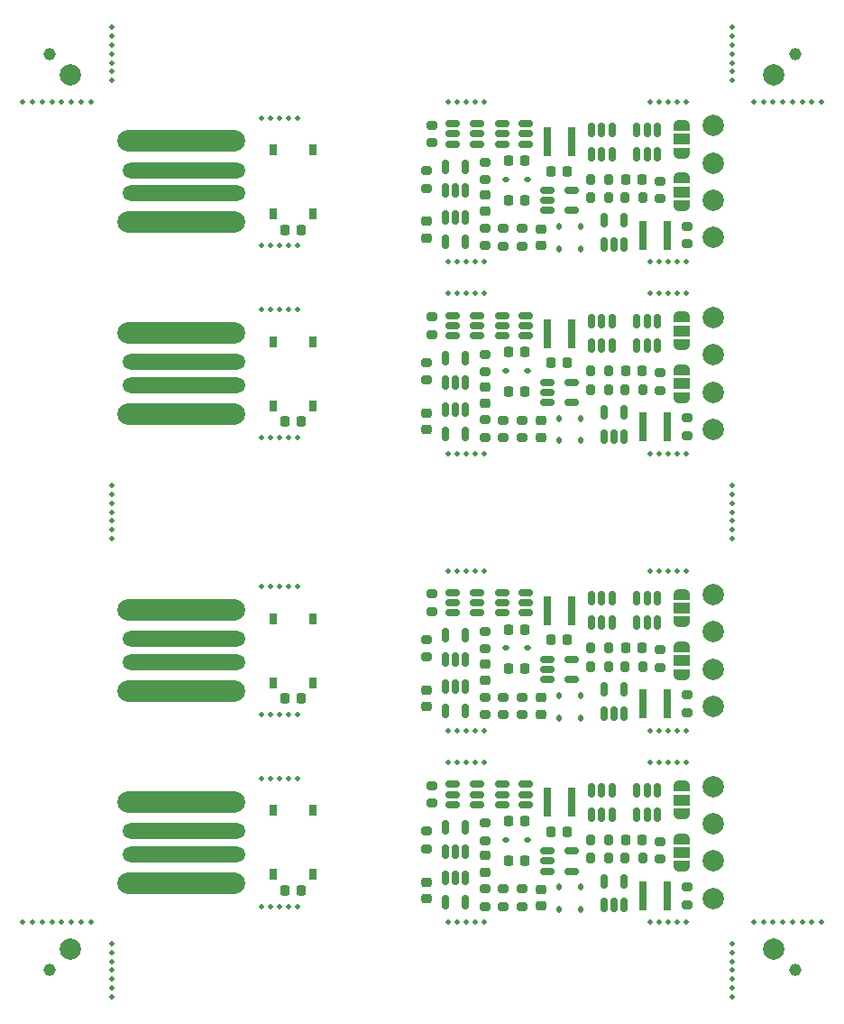
<source format=gts>
G04 #@! TF.GenerationSoftware,KiCad,Pcbnew,8.0.1*
G04 #@! TF.CreationDate,2025-03-12T15:21:45+01:00*
G04 #@! TF.ProjectId,panel_E,70616e65-6c5f-4452-9e6b-696361645f70,E*
G04 #@! TF.SameCoordinates,Original*
G04 #@! TF.FileFunction,Soldermask,Top*
G04 #@! TF.FilePolarity,Negative*
%FSLAX46Y46*%
G04 Gerber Fmt 4.6, Leading zero omitted, Abs format (unit mm)*
G04 Created by KiCad (PCBNEW 8.0.1) date 2025-03-12 15:21:45*
%MOMM*%
%LPD*%
G01*
G04 APERTURE LIST*
G04 Aperture macros list*
%AMRoundRect*
0 Rectangle with rounded corners*
0 $1 Rounding radius*
0 $2 $3 $4 $5 $6 $7 $8 $9 X,Y pos of 4 corners*
0 Add a 4 corners polygon primitive as box body*
4,1,4,$2,$3,$4,$5,$6,$7,$8,$9,$2,$3,0*
0 Add four circle primitives for the rounded corners*
1,1,$1+$1,$2,$3*
1,1,$1+$1,$4,$5*
1,1,$1+$1,$6,$7*
1,1,$1+$1,$8,$9*
0 Add four rect primitives between the rounded corners*
20,1,$1+$1,$2,$3,$4,$5,0*
20,1,$1+$1,$4,$5,$6,$7,0*
20,1,$1+$1,$6,$7,$8,$9,0*
20,1,$1+$1,$8,$9,$2,$3,0*%
%AMFreePoly0*
4,1,19,0.550000,-0.750000,0.000000,-0.750000,0.000000,-0.744911,-0.071157,-0.744911,-0.207708,-0.704816,-0.327430,-0.627875,-0.420627,-0.520320,-0.479746,-0.390866,-0.500000,-0.250000,-0.500000,0.250000,-0.479746,0.390866,-0.420627,0.520320,-0.327430,0.627875,-0.207708,0.704816,-0.071157,0.744911,0.000000,0.744911,0.000000,0.750000,0.550000,0.750000,0.550000,-0.750000,0.550000,-0.750000,
$1*%
%AMFreePoly1*
4,1,19,0.000000,0.744911,0.071157,0.744911,0.207708,0.704816,0.327430,0.627875,0.420627,0.520320,0.479746,0.390866,0.500000,0.250000,0.500000,-0.250000,0.479746,-0.390866,0.420627,-0.520320,0.327430,-0.627875,0.207708,-0.704816,0.071157,-0.744911,0.000000,-0.744911,0.000000,-0.750000,-0.550000,-0.750000,-0.550000,0.750000,0.000000,0.750000,0.000000,0.744911,0.000000,0.744911,
$1*%
G04 Aperture macros list end*
%ADD10RoundRect,0.225000X0.225000X0.250000X-0.225000X0.250000X-0.225000X-0.250000X0.225000X-0.250000X0*%
%ADD11C,0.500000*%
%ADD12R,0.750000X1.000000*%
%ADD13RoundRect,0.200000X0.275000X-0.200000X0.275000X0.200000X-0.275000X0.200000X-0.275000X-0.200000X0*%
%ADD14RoundRect,0.225000X0.250000X-0.225000X0.250000X0.225000X-0.250000X0.225000X-0.250000X-0.225000X0*%
%ADD15RoundRect,0.200000X-0.200000X-0.275000X0.200000X-0.275000X0.200000X0.275000X-0.200000X0.275000X0*%
%ADD16FreePoly0,90.000000*%
%ADD17R,1.500000X1.000000*%
%ADD18FreePoly1,90.000000*%
%ADD19RoundRect,0.225000X-0.250000X0.225000X-0.250000X-0.225000X0.250000X-0.225000X0.250000X0.225000X0*%
%ADD20C,1.152000*%
%ADD21RoundRect,0.218750X0.218750X0.256250X-0.218750X0.256250X-0.218750X-0.256250X0.218750X-0.256250X0*%
%ADD22RoundRect,0.225000X-0.225000X-0.250000X0.225000X-0.250000X0.225000X0.250000X-0.225000X0.250000X0*%
%ADD23C,2.000000*%
%ADD24RoundRect,0.112500X-0.187500X-0.112500X0.187500X-0.112500X0.187500X0.112500X-0.187500X0.112500X0*%
%ADD25RoundRect,0.112500X0.112500X-0.187500X0.112500X0.187500X-0.112500X0.187500X-0.112500X-0.187500X0*%
%ADD26R,0.800000X2.700000*%
%ADD27RoundRect,1.000000X5.000000X-0.000010X5.000000X0.000010X-5.000000X0.000010X-5.000000X-0.000010X0*%
%ADD28RoundRect,0.750000X5.000000X-0.000010X5.000000X0.000010X-5.000000X0.000010X-5.000000X-0.000010X0*%
%ADD29RoundRect,0.150000X0.512500X0.150000X-0.512500X0.150000X-0.512500X-0.150000X0.512500X-0.150000X0*%
%ADD30RoundRect,0.150000X0.150000X-0.512500X0.150000X0.512500X-0.150000X0.512500X-0.150000X-0.512500X0*%
%ADD31RoundRect,0.150000X-0.150000X0.512500X-0.150000X-0.512500X0.150000X-0.512500X0.150000X0.512500X0*%
%ADD32RoundRect,0.200000X-0.275000X0.200000X-0.275000X-0.200000X0.275000X-0.200000X0.275000X0.200000X0*%
%ADD33RoundRect,0.200000X0.200000X0.275000X-0.200000X0.275000X-0.200000X-0.275000X0.200000X-0.275000X0*%
%ADD34RoundRect,0.150000X-0.512500X-0.150000X0.512500X-0.150000X0.512500X0.150000X-0.512500X0.150000X0*%
%ADD35RoundRect,0.112500X-0.112500X0.187500X-0.112500X-0.187500X0.112500X-0.187500X0.112500X0.187500X0*%
G04 APERTURE END LIST*
D10*
G04 #@! TO.C,1-C5*
X51150000Y-31500000D03*
X49600000Y-31500000D03*
G04 #@! TD*
D11*
G04 #@! TO.C,KiKit_MB_25_2*
X8375000Y-43833333D03*
G04 #@! TD*
D12*
G04 #@! TO.C,3-SW1*
X27250000Y-73500000D03*
X27250000Y-79500000D03*
X23500000Y-73500000D03*
X23500000Y-79500000D03*
G04 #@! TD*
D11*
G04 #@! TO.C,KiKit_MB_32_4*
X2732143Y-84000000D03*
G04 #@! TD*
G04 #@! TO.C,KiKit_MB_10_5*
X62326001Y-25000031D03*
G04 #@! TD*
D13*
G04 #@! TO.C,3-R7*
X45125000Y-82525000D03*
X45125000Y-80875000D03*
G04 #@! TD*
D11*
G04 #@! TO.C,KiKit_MB_30_3*
X66625000Y-87666666D03*
G04 #@! TD*
D14*
G04 #@! TO.C,3-C6*
X43375000Y-79275000D03*
X43375000Y-77725000D03*
G04 #@! TD*
D15*
G04 #@! TO.C,2-R4*
X53350000Y-58250000D03*
X55000000Y-58250000D03*
G04 #@! TD*
D10*
G04 #@! TO.C,2-C7*
X47150000Y-56500000D03*
X45600000Y-56500000D03*
G04 #@! TD*
D11*
G04 #@! TO.C,KiKit_MB_19_3*
X41625000Y-84000000D03*
G04 #@! TD*
D16*
G04 #@! TO.C,1-JP4*
X61875000Y-34750000D03*
D17*
X61875000Y-33450000D03*
D18*
X61875000Y-32150000D03*
G04 #@! TD*
D19*
G04 #@! TO.C,0-C4*
X48625000Y-18925000D03*
X48625000Y-20475000D03*
G04 #@! TD*
D11*
G04 #@! TO.C,KiKit_MB_28_1*
X66625000Y0D03*
G04 #@! TD*
G04 #@! TO.C,KiKit_MB_19_4*
X40774500Y-84000000D03*
G04 #@! TD*
D16*
G04 #@! TO.C,1-JP1*
X61875000Y-29800000D03*
D17*
X61875000Y-28500000D03*
D18*
X61875000Y-27200000D03*
G04 #@! TD*
D11*
G04 #@! TO.C,KiKit_MB_23_4*
X24975498Y-70500195D03*
G04 #@! TD*
G04 #@! TO.C,KiKit_MB_6_5*
X22423998Y-20499837D03*
G04 #@! TD*
G04 #@! TO.C,KiKit_MB_4_4*
X61475502Y-7000042D03*
G04 #@! TD*
G04 #@! TO.C,KiKit_MB_8_4*
X42475502Y-25000254D03*
G04 #@! TD*
D19*
G04 #@! TO.C,1-C2*
X37875000Y-36225000D03*
X37875000Y-37775000D03*
G04 #@! TD*
D13*
G04 #@! TO.C,2-R9*
X43375000Y-58325000D03*
X43375000Y-56675000D03*
G04 #@! TD*
D11*
G04 #@! TO.C,KiKit_MB_17_2*
X23274498Y-52500173D03*
G04 #@! TD*
G04 #@! TO.C,KiKit_MB_13_1*
X43325999Y-66000000D03*
G04 #@! TD*
G04 #@! TO.C,KiKit_MB_14_2*
X40774502Y-51000274D03*
G04 #@! TD*
G04 #@! TO.C,KiKit_MB_18_2*
X24975498Y-64499804D03*
G04 #@! TD*
D20*
G04 #@! TO.C,KiKit_TO_4*
X72500000Y-88500000D03*
G04 #@! TD*
D11*
G04 #@! TO.C,KiKit_MB_29_4*
X8375000Y-88500000D03*
G04 #@! TD*
D21*
G04 #@! TO.C,3-D2*
X26162500Y-81000000D03*
X24587500Y-81000000D03*
G04 #@! TD*
D10*
G04 #@! TO.C,0-C5*
X51150000Y-13500000D03*
X49600000Y-13500000D03*
G04 #@! TD*
D11*
G04 #@! TO.C,KiKit_MB_34_6*
X73178571Y-84000000D03*
G04 #@! TD*
D22*
G04 #@! TO.C,2-C3*
X45600000Y-60200000D03*
X47150000Y-60200000D03*
G04 #@! TD*
D11*
G04 #@! TO.C,KiKit_MB_30_5*
X66625000Y-89333333D03*
G04 #@! TD*
G04 #@! TO.C,KiKit_MB_11_5*
X25825998Y-26500206D03*
G04 #@! TD*
D23*
G04 #@! TO.C,0-J2*
X64875000Y-9250000D03*
G04 #@! TD*
G04 #@! TO.C,2-J3*
X64875000Y-56750000D03*
G04 #@! TD*
D12*
G04 #@! TO.C,1-SW1*
X27250000Y-29500000D03*
X27250000Y-35500000D03*
X23500000Y-29500000D03*
X23500000Y-35500000D03*
G04 #@! TD*
D24*
G04 #@! TO.C,0-D4*
X45325000Y-14250000D03*
X47425000Y-14250000D03*
G04 #@! TD*
D23*
G04 #@! TO.C,3-J4*
X64875000Y-78250000D03*
G04 #@! TD*
D11*
G04 #@! TO.C,KiKit_MB_34_3*
X70446428Y-84000000D03*
G04 #@! TD*
D25*
G04 #@! TO.C,2-D5*
X50375000Y-64800000D03*
X50375000Y-62700000D03*
G04 #@! TD*
D23*
G04 #@! TO.C,3-J5*
X64875000Y-81750000D03*
G04 #@! TD*
D13*
G04 #@! TO.C,3-R8*
X46875000Y-82525000D03*
X46875000Y-80875000D03*
G04 #@! TD*
D11*
G04 #@! TO.C,KiKit_MB_17_5*
X25825998Y-52500206D03*
G04 #@! TD*
G04 #@! TO.C,KiKit_MB_29_2*
X8375000Y-86833333D03*
G04 #@! TD*
D26*
G04 #@! TO.C,3-L2*
X51525000Y-72750000D03*
X49225000Y-72750000D03*
G04 #@! TD*
D21*
G04 #@! TO.C,0-D2*
X26162500Y-19000000D03*
X24587500Y-19000000D03*
G04 #@! TD*
D27*
G04 #@! TO.C,3-J1*
X14875000Y-80310000D03*
D28*
X15125000Y-77580000D03*
X15125000Y-75420000D03*
D27*
X14875000Y-72690000D03*
G04 #@! TD*
D11*
G04 #@! TO.C,KiKit_MB_8_2*
X40774502Y-25000274D03*
G04 #@! TD*
G04 #@! TO.C,KiKit_MB_5_3*
X24124998Y-8500185D03*
G04 #@! TD*
G04 #@! TO.C,KiKit_MB_22_2*
X59774502Y-69000060D03*
G04 #@! TD*
G04 #@! TO.C,KiKit_MB_28_6*
X66625000Y-4166667D03*
G04 #@! TD*
G04 #@! TO.C,KiKit_MB_30_6*
X66625000Y-90166666D03*
G04 #@! TD*
G04 #@! TO.C,KiKit_MB_32_3*
X1821429Y-84000000D03*
G04 #@! TD*
G04 #@! TO.C,KiKit_MB_18_4*
X23274498Y-64499826D03*
G04 #@! TD*
D24*
G04 #@! TO.C,2-D4*
X45325000Y-58250000D03*
X47425000Y-58250000D03*
G04 #@! TD*
D11*
G04 #@! TO.C,KiKit_MB_19_2*
X42475499Y-84000000D03*
G04 #@! TD*
G04 #@! TO.C,KiKit_MB_7_2*
X42475499Y-40000000D03*
G04 #@! TD*
D13*
G04 #@! TO.C,1-R7*
X45125000Y-38525000D03*
X45125000Y-36875000D03*
G04 #@! TD*
D29*
G04 #@! TO.C,3-U5*
X42650000Y-72950000D03*
X42650000Y-72000000D03*
X42650000Y-71050000D03*
X40375000Y-71050000D03*
X40375000Y-72000000D03*
X40375000Y-72950000D03*
G04 #@! TD*
D26*
G04 #@! TO.C,3-L1*
X60525000Y-81500000D03*
X58225000Y-81500000D03*
G04 #@! TD*
D23*
G04 #@! TO.C,3-J2*
X64875000Y-71250000D03*
G04 #@! TD*
D11*
G04 #@! TO.C,KiKit_MB_15_5*
X58924000Y-66000000D03*
G04 #@! TD*
D13*
G04 #@! TO.C,1-R8*
X46875000Y-38525000D03*
X46875000Y-36875000D03*
G04 #@! TD*
D11*
G04 #@! TO.C,KiKit_MB_10_1*
X58924002Y-25000069D03*
G04 #@! TD*
G04 #@! TO.C,KiKit_MB_6_2*
X24975498Y-20499804D03*
G04 #@! TD*
G04 #@! TO.C,KiKit_MB_9_2*
X61475499Y-40000000D03*
G04 #@! TD*
G04 #@! TO.C,KiKit_MB_25_6*
X8375000Y-47166666D03*
G04 #@! TD*
G04 #@! TO.C,KiKit_MB_5_1*
X22423998Y-8500163D03*
G04 #@! TD*
G04 #@! TO.C,KiKit_MB_14_5*
X43326001Y-51000245D03*
G04 #@! TD*
G04 #@! TO.C,KiKit_MB_33_6*
X73178571Y-7000000D03*
G04 #@! TD*
G04 #@! TO.C,KiKit_MB_3_2*
X61475499Y-22000000D03*
G04 #@! TD*
G04 #@! TO.C,KiKit_MB_18_1*
X25825998Y-64499793D03*
G04 #@! TD*
G04 #@! TO.C,KiKit_MB_24_4*
X23274498Y-82499826D03*
G04 #@! TD*
G04 #@! TO.C,KiKit_MB_9_1*
X62325999Y-40000000D03*
G04 #@! TD*
D13*
G04 #@! TO.C,3-R5*
X38375000Y-72825000D03*
X38375000Y-71175000D03*
G04 #@! TD*
D11*
G04 #@! TO.C,KiKit_MB_9_5*
X58924000Y-40000000D03*
G04 #@! TD*
G04 #@! TO.C,KiKit_MB_12_3*
X24124998Y-38499815D03*
G04 #@! TD*
D13*
G04 #@! TO.C,2-R8*
X46875000Y-64525000D03*
X46875000Y-62875000D03*
G04 #@! TD*
G04 #@! TO.C,2-R7*
X45125000Y-64525000D03*
X45125000Y-62875000D03*
G04 #@! TD*
D11*
G04 #@! TO.C,KiKit_MB_3_1*
X62325999Y-22000000D03*
G04 #@! TD*
D30*
G04 #@! TO.C,3-Q1*
X57675000Y-73887500D03*
X58625000Y-73887500D03*
X59575000Y-73887500D03*
X59575000Y-71612500D03*
X58625000Y-71612500D03*
X57675000Y-71612500D03*
G04 #@! TD*
D23*
G04 #@! TO.C,KiKit_FID_T_1*
X4500000Y-4500000D03*
G04 #@! TD*
D13*
G04 #@! TO.C,3-R11*
X59875000Y-78075000D03*
X59875000Y-76425000D03*
G04 #@! TD*
D11*
G04 #@! TO.C,KiKit_MB_30_2*
X66625000Y-86833333D03*
G04 #@! TD*
D31*
G04 #@! TO.C,0-U1*
X55325000Y-9612500D03*
X54375000Y-9612500D03*
X53425000Y-9612500D03*
X53425000Y-11887500D03*
X54375000Y-11887500D03*
X55325000Y-11887500D03*
G04 #@! TD*
D23*
G04 #@! TO.C,1-J5*
X64875000Y-37750000D03*
G04 #@! TD*
D11*
G04 #@! TO.C,KiKit_MB_33_5*
X72267857Y-7000000D03*
G04 #@! TD*
G04 #@! TO.C,KiKit_MB_1_4*
X40774500Y-22000000D03*
G04 #@! TD*
G04 #@! TO.C,KiKit_MB_1_5*
X39924000Y-22000000D03*
G04 #@! TD*
G04 #@! TO.C,KiKit_MB_29_7*
X8375000Y-91000000D03*
G04 #@! TD*
D22*
G04 #@! TO.C,3-C1*
X56600000Y-76250000D03*
X58150000Y-76250000D03*
G04 #@! TD*
D10*
G04 #@! TO.C,2-C5*
X51150000Y-57500000D03*
X49600000Y-57500000D03*
G04 #@! TD*
D11*
G04 #@! TO.C,KiKit_MB_33_4*
X71357142Y-7000000D03*
G04 #@! TD*
G04 #@! TO.C,KiKit_MB_13_4*
X40774500Y-66000000D03*
G04 #@! TD*
D31*
G04 #@! TO.C,0-U2*
X41575000Y-17862500D03*
X40625000Y-17862500D03*
X39675000Y-17862500D03*
X39675000Y-20137500D03*
X41575000Y-20137500D03*
G04 #@! TD*
D11*
G04 #@! TO.C,KiKit_MB_7_1*
X43325999Y-40000000D03*
G04 #@! TD*
G04 #@! TO.C,KiKit_MB_16_2*
X59774502Y-51000060D03*
G04 #@! TD*
G04 #@! TO.C,KiKit_MB_26_2*
X66625000Y-43833333D03*
G04 #@! TD*
D32*
G04 #@! TO.C,0-R10*
X62375000Y-18675000D03*
X62375000Y-20325000D03*
G04 #@! TD*
D23*
G04 #@! TO.C,3-J3*
X64875000Y-74750000D03*
G04 #@! TD*
G04 #@! TO.C,0-J4*
X64875000Y-16250000D03*
G04 #@! TD*
D33*
G04 #@! TO.C,3-R6*
X58200000Y-78000000D03*
X56550000Y-78000000D03*
G04 #@! TD*
D13*
G04 #@! TO.C,2-R1*
X37875000Y-59100000D03*
X37875000Y-57450000D03*
G04 #@! TD*
D11*
G04 #@! TO.C,KiKit_MB_25_1*
X8375000Y-43000000D03*
G04 #@! TD*
D33*
G04 #@! TO.C,1-R3*
X55000000Y-34000000D03*
X53350000Y-34000000D03*
G04 #@! TD*
D11*
G04 #@! TO.C,KiKit_MB_31_4*
X2732143Y-7000000D03*
G04 #@! TD*
G04 #@! TO.C,KiKit_MB_15_3*
X60625000Y-66000000D03*
G04 #@! TD*
G04 #@! TO.C,KiKit_MB_31_8*
X6375000Y-7000000D03*
G04 #@! TD*
G04 #@! TO.C,KiKit_MB_23_3*
X24124998Y-70500184D03*
G04 #@! TD*
D13*
G04 #@! TO.C,1-R5*
X38375000Y-28825000D03*
X38375000Y-27175000D03*
G04 #@! TD*
D11*
G04 #@! TO.C,KiKit_MB_27_4*
X8375000Y-2500000D03*
G04 #@! TD*
D13*
G04 #@! TO.C,1-R1*
X37875000Y-33100000D03*
X37875000Y-31450000D03*
G04 #@! TD*
D11*
G04 #@! TO.C,KiKit_MB_25_7*
X8375000Y-48000000D03*
G04 #@! TD*
G04 #@! TO.C,KiKit_MB_26_7*
X66625000Y-48000000D03*
G04 #@! TD*
D24*
G04 #@! TO.C,1-D4*
X45325000Y-32250000D03*
X47425000Y-32250000D03*
G04 #@! TD*
D30*
G04 #@! TO.C,0-Q1*
X57675000Y-11887500D03*
X58625000Y-11887500D03*
X59575000Y-11887500D03*
X59575000Y-9612500D03*
X58625000Y-9612500D03*
X57675000Y-9612500D03*
G04 #@! TD*
D11*
G04 #@! TO.C,KiKit_MB_34_1*
X68625000Y-84000000D03*
G04 #@! TD*
G04 #@! TO.C,KiKit_MB_31_7*
X5464286Y-7000000D03*
G04 #@! TD*
D30*
G04 #@! TO.C,0-U7*
X39675000Y-15337500D03*
X40625000Y-15337500D03*
X41575000Y-15337500D03*
X41575000Y-13062500D03*
X39675000Y-13062500D03*
G04 #@! TD*
D11*
G04 #@! TO.C,KiKit_MB_11_3*
X24124998Y-26500184D03*
G04 #@! TD*
D26*
G04 #@! TO.C,0-L2*
X51525000Y-10750000D03*
X49225000Y-10750000D03*
G04 #@! TD*
D30*
G04 #@! TO.C,2-U6*
X54575000Y-64400000D03*
X55525000Y-64400000D03*
X56475000Y-64400000D03*
X56475000Y-62125000D03*
X54575000Y-62125000D03*
G04 #@! TD*
D11*
G04 #@! TO.C,KiKit_MB_34_5*
X72267857Y-84000000D03*
G04 #@! TD*
D13*
G04 #@! TO.C,0-R2*
X43375000Y-20500000D03*
X43375000Y-18850000D03*
G04 #@! TD*
D11*
G04 #@! TO.C,KiKit_MB_7_4*
X40774500Y-40000000D03*
G04 #@! TD*
G04 #@! TO.C,KiKit_MB_22_4*
X61475502Y-69000041D03*
G04 #@! TD*
G04 #@! TO.C,KiKit_MB_27_2*
X8375000Y-833334D03*
G04 #@! TD*
G04 #@! TO.C,KiKit_MB_22_3*
X60625002Y-69000050D03*
G04 #@! TD*
D15*
G04 #@! TO.C,1-R4*
X53350000Y-32250000D03*
X55000000Y-32250000D03*
G04 #@! TD*
D11*
G04 #@! TO.C,KiKit_MB_8_1*
X39924002Y-25000283D03*
G04 #@! TD*
G04 #@! TO.C,KiKit_MB_25_5*
X8375000Y-46333333D03*
G04 #@! TD*
D15*
G04 #@! TO.C,0-R4*
X53350000Y-14250000D03*
X55000000Y-14250000D03*
G04 #@! TD*
D11*
G04 #@! TO.C,KiKit_MB_7_3*
X41625000Y-40000000D03*
G04 #@! TD*
G04 #@! TO.C,KiKit_MB_12_5*
X22423998Y-38499837D03*
G04 #@! TD*
D13*
G04 #@! TO.C,0-R1*
X37875000Y-15100000D03*
X37875000Y-13450000D03*
G04 #@! TD*
D31*
G04 #@! TO.C,1-U1*
X55325000Y-27612500D03*
X54375000Y-27612500D03*
X53425000Y-27612500D03*
X53425000Y-29887500D03*
X54375000Y-29887500D03*
X55325000Y-29887500D03*
G04 #@! TD*
D11*
G04 #@! TO.C,KiKit_MB_33_7*
X74089285Y-7000000D03*
G04 #@! TD*
G04 #@! TO.C,KiKit_MB_21_5*
X58924000Y-84000000D03*
G04 #@! TD*
D19*
G04 #@! TO.C,1-C4*
X48625000Y-36925000D03*
X48625000Y-38475000D03*
G04 #@! TD*
D11*
G04 #@! TO.C,KiKit_MB_20_4*
X42475502Y-69000254D03*
G04 #@! TD*
D25*
G04 #@! TO.C,1-D5*
X50375000Y-38800000D03*
X50375000Y-36700000D03*
G04 #@! TD*
D30*
G04 #@! TO.C,2-Q1*
X57675000Y-55887500D03*
X58625000Y-55887500D03*
X59575000Y-55887500D03*
X59575000Y-53612500D03*
X58625000Y-53612500D03*
X57675000Y-53612500D03*
G04 #@! TD*
D11*
G04 #@! TO.C,KiKit_MB_26_1*
X66625000Y-43000000D03*
G04 #@! TD*
D31*
G04 #@! TO.C,3-U1*
X55325000Y-71612500D03*
X54375000Y-71612500D03*
X53425000Y-71612500D03*
X53425000Y-73887500D03*
X54375000Y-73887500D03*
X55325000Y-73887500D03*
G04 #@! TD*
D22*
G04 #@! TO.C,0-C1*
X56600000Y-14250000D03*
X58150000Y-14250000D03*
G04 #@! TD*
D11*
G04 #@! TO.C,KiKit_MB_28_2*
X66625000Y-833334D03*
G04 #@! TD*
D13*
G04 #@! TO.C,2-R5*
X38375000Y-54825000D03*
X38375000Y-53175000D03*
G04 #@! TD*
D11*
G04 #@! TO.C,KiKit_MB_28_5*
X66625000Y-3333334D03*
G04 #@! TD*
G04 #@! TO.C,KiKit_MB_10_2*
X59774502Y-25000060D03*
G04 #@! TD*
G04 #@! TO.C,KiKit_MB_14_4*
X42475502Y-51000254D03*
G04 #@! TD*
G04 #@! TO.C,KiKit_MB_28_4*
X66625000Y-2500000D03*
G04 #@! TD*
D24*
G04 #@! TO.C,3-D4*
X45325000Y-76250000D03*
X47425000Y-76250000D03*
G04 #@! TD*
D16*
G04 #@! TO.C,3-JP1*
X61875000Y-73800000D03*
D17*
X61875000Y-72500000D03*
D18*
X61875000Y-71200000D03*
G04 #@! TD*
D13*
G04 #@! TO.C,2-R2*
X43375000Y-64500000D03*
X43375000Y-62850000D03*
G04 #@! TD*
D11*
G04 #@! TO.C,KiKit_MB_21_3*
X60625000Y-84000000D03*
G04 #@! TD*
G04 #@! TO.C,KiKit_MB_26_3*
X66625000Y-44666666D03*
G04 #@! TD*
G04 #@! TO.C,KiKit_MB_27_1*
X8375000Y0D03*
G04 #@! TD*
G04 #@! TO.C,KiKit_MB_22_1*
X58924002Y-69000069D03*
G04 #@! TD*
D13*
G04 #@! TO.C,0-R7*
X45125000Y-20525000D03*
X45125000Y-18875000D03*
G04 #@! TD*
D11*
G04 #@! TO.C,KiKit_MB_15_2*
X61475499Y-66000000D03*
G04 #@! TD*
G04 #@! TO.C,KiKit_MB_23_2*
X23274498Y-70500173D03*
G04 #@! TD*
G04 #@! TO.C,KiKit_MB_30_1*
X66625000Y-86000000D03*
G04 #@! TD*
D10*
G04 #@! TO.C,0-C7*
X47150000Y-12500000D03*
X45600000Y-12500000D03*
G04 #@! TD*
D33*
G04 #@! TO.C,2-R6*
X58200000Y-60000000D03*
X56550000Y-60000000D03*
G04 #@! TD*
D34*
G04 #@! TO.C,3-U3*
X49237500Y-77300000D03*
X49237500Y-78250000D03*
X49237500Y-79200000D03*
X51512500Y-79200000D03*
X51512500Y-77300000D03*
G04 #@! TD*
D29*
G04 #@! TO.C,1-U4*
X47262500Y-28950000D03*
X47262500Y-28000000D03*
X47262500Y-27050000D03*
X44987500Y-27050000D03*
X44987500Y-28000000D03*
X44987500Y-28950000D03*
G04 #@! TD*
D30*
G04 #@! TO.C,3-U6*
X54575000Y-82400000D03*
X55525000Y-82400000D03*
X56475000Y-82400000D03*
X56475000Y-80125000D03*
X54575000Y-80125000D03*
G04 #@! TD*
D29*
G04 #@! TO.C,0-U4*
X47262500Y-10950000D03*
X47262500Y-10000000D03*
X47262500Y-9050000D03*
X44987500Y-9050000D03*
X44987500Y-10000000D03*
X44987500Y-10950000D03*
G04 #@! TD*
D11*
G04 #@! TO.C,KiKit_MB_22_5*
X62326001Y-69000031D03*
G04 #@! TD*
G04 #@! TO.C,KiKit_MB_4_3*
X60625002Y-7000051D03*
G04 #@! TD*
D20*
G04 #@! TO.C,KiKit_TO_3*
X2500000Y-88500000D03*
G04 #@! TD*
D13*
G04 #@! TO.C,1-R11*
X59875000Y-34075000D03*
X59875000Y-32425000D03*
G04 #@! TD*
D34*
G04 #@! TO.C,1-U3*
X49237500Y-33300000D03*
X49237500Y-34250000D03*
X49237500Y-35200000D03*
X51512500Y-35200000D03*
X51512500Y-33300000D03*
G04 #@! TD*
D11*
G04 #@! TO.C,KiKit_MB_20_2*
X40774502Y-69000274D03*
G04 #@! TD*
D13*
G04 #@! TO.C,1-R9*
X43375000Y-32325000D03*
X43375000Y-30675000D03*
G04 #@! TD*
D11*
G04 #@! TO.C,KiKit_MB_29_3*
X8375000Y-87666666D03*
G04 #@! TD*
G04 #@! TO.C,KiKit_MB_26_4*
X66625000Y-45500000D03*
G04 #@! TD*
G04 #@! TO.C,KiKit_MB_11_1*
X22423998Y-26500162D03*
G04 #@! TD*
G04 #@! TO.C,KiKit_MB_25_4*
X8375000Y-45500000D03*
G04 #@! TD*
D21*
G04 #@! TO.C,2-D2*
X26162500Y-63000000D03*
X24587500Y-63000000D03*
G04 #@! TD*
D22*
G04 #@! TO.C,3-C3*
X45600000Y-78200000D03*
X47150000Y-78200000D03*
G04 #@! TD*
D11*
G04 #@! TO.C,KiKit_MB_18_5*
X22423998Y-64499837D03*
G04 #@! TD*
D13*
G04 #@! TO.C,1-R2*
X43375000Y-38500000D03*
X43375000Y-36850000D03*
G04 #@! TD*
D22*
G04 #@! TO.C,2-C1*
X56600000Y-58250000D03*
X58150000Y-58250000D03*
G04 #@! TD*
D13*
G04 #@! TO.C,2-R11*
X59875000Y-60075000D03*
X59875000Y-58425000D03*
G04 #@! TD*
D26*
G04 #@! TO.C,1-L1*
X60525000Y-37500000D03*
X58225000Y-37500000D03*
G04 #@! TD*
D11*
G04 #@! TO.C,KiKit_MB_29_5*
X8375000Y-89333333D03*
G04 #@! TD*
D15*
G04 #@! TO.C,3-R4*
X53350000Y-76250000D03*
X55000000Y-76250000D03*
G04 #@! TD*
D11*
G04 #@! TO.C,KiKit_MB_31_6*
X4553572Y-7000000D03*
G04 #@! TD*
D14*
G04 #@! TO.C,2-C6*
X43375000Y-61275000D03*
X43375000Y-59725000D03*
G04 #@! TD*
D26*
G04 #@! TO.C,0-L1*
X60525000Y-19500000D03*
X58225000Y-19500000D03*
G04 #@! TD*
D31*
G04 #@! TO.C,2-U1*
X55325000Y-53612500D03*
X54375000Y-53612500D03*
X53425000Y-53612500D03*
X53425000Y-55887500D03*
X54375000Y-55887500D03*
X55325000Y-55887500D03*
G04 #@! TD*
D11*
G04 #@! TO.C,KiKit_MB_2_4*
X42475502Y-7000255D03*
G04 #@! TD*
G04 #@! TO.C,KiKit_MB_13_3*
X41625000Y-66000000D03*
G04 #@! TD*
G04 #@! TO.C,KiKit_MB_1_2*
X42475499Y-22000000D03*
G04 #@! TD*
D31*
G04 #@! TO.C,1-U2*
X41575000Y-35862500D03*
X40625000Y-35862500D03*
X39675000Y-35862500D03*
X39675000Y-38137500D03*
X41575000Y-38137500D03*
G04 #@! TD*
D11*
G04 #@! TO.C,KiKit_MB_34_4*
X71357142Y-84000000D03*
G04 #@! TD*
D12*
G04 #@! TO.C,2-SW1*
X27250000Y-55500000D03*
X27250000Y-61500000D03*
X23500000Y-55500000D03*
X23500000Y-61500000D03*
G04 #@! TD*
D33*
G04 #@! TO.C,3-R3*
X55000000Y-78000000D03*
X53350000Y-78000000D03*
G04 #@! TD*
D31*
G04 #@! TO.C,3-U2*
X41575000Y-79862500D03*
X40625000Y-79862500D03*
X39675000Y-79862500D03*
X39675000Y-82137500D03*
X41575000Y-82137500D03*
G04 #@! TD*
D21*
G04 #@! TO.C,1-D2*
X26162500Y-37000000D03*
X24587500Y-37000000D03*
G04 #@! TD*
D11*
G04 #@! TO.C,KiKit_MB_25_3*
X8375000Y-44666666D03*
G04 #@! TD*
D13*
G04 #@! TO.C,3-R1*
X37875000Y-77100000D03*
X37875000Y-75450000D03*
G04 #@! TD*
D11*
G04 #@! TO.C,KiKit_MB_3_3*
X60625000Y-22000000D03*
G04 #@! TD*
D29*
G04 #@! TO.C,0-U5*
X42650000Y-10950000D03*
X42650000Y-10000000D03*
X42650000Y-9050000D03*
X40375000Y-9050000D03*
X40375000Y-10000000D03*
X40375000Y-10950000D03*
G04 #@! TD*
D11*
G04 #@! TO.C,KiKit_MB_20_3*
X41625002Y-69000264D03*
G04 #@! TD*
G04 #@! TO.C,KiKit_MB_32_8*
X6375000Y-84000000D03*
G04 #@! TD*
G04 #@! TO.C,KiKit_MB_26_6*
X66625000Y-47166666D03*
G04 #@! TD*
G04 #@! TO.C,KiKit_MB_12_4*
X23274498Y-38499826D03*
G04 #@! TD*
D13*
G04 #@! TO.C,3-R2*
X43375000Y-82500000D03*
X43375000Y-80850000D03*
G04 #@! TD*
D23*
G04 #@! TO.C,1-J4*
X64875000Y-34250000D03*
G04 #@! TD*
D16*
G04 #@! TO.C,3-JP4*
X61875000Y-78750000D03*
D17*
X61875000Y-77450000D03*
D18*
X61875000Y-76150000D03*
G04 #@! TD*
D11*
G04 #@! TO.C,KiKit_MB_23_1*
X22423998Y-70500162D03*
G04 #@! TD*
G04 #@! TO.C,KiKit_MB_4_1*
X58924002Y-7000070D03*
G04 #@! TD*
D16*
G04 #@! TO.C,0-JP1*
X61875000Y-11800000D03*
D17*
X61875000Y-10500000D03*
D18*
X61875000Y-9200000D03*
G04 #@! TD*
D23*
G04 #@! TO.C,2-J2*
X64875000Y-53250000D03*
G04 #@! TD*
G04 #@! TO.C,0-J5*
X64875000Y-19750000D03*
G04 #@! TD*
D29*
G04 #@! TO.C,3-U4*
X47262500Y-72950000D03*
X47262500Y-72000000D03*
X47262500Y-71050000D03*
X44987500Y-71050000D03*
X44987500Y-72000000D03*
X44987500Y-72950000D03*
G04 #@! TD*
D34*
G04 #@! TO.C,0-U3*
X49237500Y-15300000D03*
X49237500Y-16250000D03*
X49237500Y-17200000D03*
X51512500Y-17200000D03*
X51512500Y-15300000D03*
G04 #@! TD*
D11*
G04 #@! TO.C,KiKit_MB_7_5*
X39924000Y-40000000D03*
G04 #@! TD*
D30*
G04 #@! TO.C,1-Q1*
X57675000Y-29887500D03*
X58625000Y-29887500D03*
X59575000Y-29887500D03*
X59575000Y-27612500D03*
X58625000Y-27612500D03*
X57675000Y-27612500D03*
G04 #@! TD*
D19*
G04 #@! TO.C,3-C4*
X48625000Y-80925000D03*
X48625000Y-82475000D03*
G04 #@! TD*
D11*
G04 #@! TO.C,KiKit_MB_10_4*
X61475502Y-25000041D03*
G04 #@! TD*
D29*
G04 #@! TO.C,1-U5*
X42650000Y-28950000D03*
X42650000Y-28000000D03*
X42650000Y-27050000D03*
X40375000Y-27050000D03*
X40375000Y-28000000D03*
X40375000Y-28950000D03*
G04 #@! TD*
D23*
G04 #@! TO.C,KiKit_FID_T_4*
X70500000Y-86500000D03*
G04 #@! TD*
D11*
G04 #@! TO.C,KiKit_MB_19_5*
X39924000Y-84000000D03*
G04 #@! TD*
G04 #@! TO.C,KiKit_MB_28_7*
X66625000Y-5000000D03*
G04 #@! TD*
D13*
G04 #@! TO.C,0-R5*
X38375000Y-10825000D03*
X38375000Y-9175000D03*
G04 #@! TD*
D11*
G04 #@! TO.C,KiKit_MB_2_2*
X40774502Y-7000275D03*
G04 #@! TD*
G04 #@! TO.C,KiKit_MB_31_3*
X1821429Y-7000000D03*
G04 #@! TD*
G04 #@! TO.C,KiKit_MB_30_7*
X66625000Y-91000000D03*
G04 #@! TD*
G04 #@! TO.C,KiKit_MB_26_5*
X66625000Y-46333333D03*
G04 #@! TD*
G04 #@! TO.C,KiKit_MB_1_1*
X43325999Y-22000000D03*
G04 #@! TD*
D29*
G04 #@! TO.C,2-U5*
X42650000Y-54950000D03*
X42650000Y-54000000D03*
X42650000Y-53050000D03*
X40375000Y-53050000D03*
X40375000Y-54000000D03*
X40375000Y-54950000D03*
G04 #@! TD*
D16*
G04 #@! TO.C,2-JP4*
X61875000Y-60750000D03*
D17*
X61875000Y-59450000D03*
D18*
X61875000Y-58150000D03*
G04 #@! TD*
D11*
G04 #@! TO.C,KiKit_MB_30_4*
X66625000Y-88500000D03*
G04 #@! TD*
G04 #@! TO.C,KiKit_MB_28_3*
X66625000Y-1666667D03*
G04 #@! TD*
G04 #@! TO.C,KiKit_MB_31_2*
X910715Y-7000000D03*
G04 #@! TD*
D22*
G04 #@! TO.C,0-C3*
X45600000Y-16200000D03*
X47150000Y-16200000D03*
G04 #@! TD*
D11*
G04 #@! TO.C,KiKit_MB_32_5*
X3642858Y-84000000D03*
G04 #@! TD*
D31*
G04 #@! TO.C,2-U2*
X41575000Y-61862500D03*
X40625000Y-61862500D03*
X39675000Y-61862500D03*
X39675000Y-64137500D03*
X41575000Y-64137500D03*
G04 #@! TD*
D33*
G04 #@! TO.C,0-R6*
X58200000Y-16000000D03*
X56550000Y-16000000D03*
G04 #@! TD*
D11*
G04 #@! TO.C,KiKit_MB_27_3*
X8375000Y-1666667D03*
G04 #@! TD*
G04 #@! TO.C,KiKit_MB_12_1*
X25825998Y-38499793D03*
G04 #@! TD*
G04 #@! TO.C,KiKit_MB_5_4*
X24975498Y-8500196D03*
G04 #@! TD*
D25*
G04 #@! TO.C,0-D5*
X50375000Y-20800000D03*
X50375000Y-18700000D03*
G04 #@! TD*
D13*
G04 #@! TO.C,3-R9*
X43375000Y-76325000D03*
X43375000Y-74675000D03*
G04 #@! TD*
D11*
G04 #@! TO.C,KiKit_MB_21_4*
X59774500Y-84000000D03*
G04 #@! TD*
G04 #@! TO.C,KiKit_MB_6_3*
X24124998Y-20499815D03*
G04 #@! TD*
D19*
G04 #@! TO.C,3-C2*
X37875000Y-80225000D03*
X37875000Y-81775000D03*
G04 #@! TD*
D11*
G04 #@! TO.C,KiKit_MB_8_5*
X43326001Y-25000245D03*
G04 #@! TD*
G04 #@! TO.C,KiKit_MB_2_5*
X43326001Y-7000246D03*
G04 #@! TD*
D30*
G04 #@! TO.C,1-U7*
X39675000Y-33337500D03*
X40625000Y-33337500D03*
X41575000Y-33337500D03*
X41575000Y-31062500D03*
X39675000Y-31062500D03*
G04 #@! TD*
D11*
G04 #@! TO.C,KiKit_MB_21_1*
X62325999Y-84000000D03*
G04 #@! TD*
G04 #@! TO.C,KiKit_MB_6_1*
X25825998Y-20499793D03*
G04 #@! TD*
G04 #@! TO.C,KiKit_MB_19_1*
X43325999Y-84000000D03*
G04 #@! TD*
D30*
G04 #@! TO.C,0-U6*
X54575000Y-20400000D03*
X55525000Y-20400000D03*
X56475000Y-20400000D03*
X56475000Y-18125000D03*
X54575000Y-18125000D03*
G04 #@! TD*
D11*
G04 #@! TO.C,KiKit_MB_8_3*
X41625002Y-25000264D03*
G04 #@! TD*
G04 #@! TO.C,KiKit_MB_1_3*
X41625000Y-22000000D03*
G04 #@! TD*
G04 #@! TO.C,KiKit_MB_27_7*
X8375000Y-5000000D03*
G04 #@! TD*
G04 #@! TO.C,KiKit_MB_18_3*
X24124998Y-64499815D03*
G04 #@! TD*
D30*
G04 #@! TO.C,1-U6*
X54575000Y-38400000D03*
X55525000Y-38400000D03*
X56475000Y-38400000D03*
X56475000Y-36125000D03*
X54575000Y-36125000D03*
G04 #@! TD*
D11*
G04 #@! TO.C,KiKit_MB_32_1*
X0Y-84000000D03*
G04 #@! TD*
D35*
G04 #@! TO.C,1-D3*
X52375000Y-36700000D03*
X52375000Y-38800000D03*
G04 #@! TD*
D11*
G04 #@! TO.C,KiKit_MB_13_5*
X39924000Y-66000000D03*
G04 #@! TD*
G04 #@! TO.C,KiKit_MB_32_7*
X5464286Y-84000000D03*
G04 #@! TD*
G04 #@! TO.C,KiKit_MB_16_1*
X58924002Y-51000069D03*
G04 #@! TD*
D33*
G04 #@! TO.C,2-R3*
X55000000Y-60000000D03*
X53350000Y-60000000D03*
G04 #@! TD*
D26*
G04 #@! TO.C,2-L2*
X51525000Y-54750000D03*
X49225000Y-54750000D03*
G04 #@! TD*
D11*
G04 #@! TO.C,KiKit_MB_4_5*
X62326001Y-7000032D03*
G04 #@! TD*
G04 #@! TO.C,KiKit_MB_20_1*
X39924002Y-69000283D03*
G04 #@! TD*
D35*
G04 #@! TO.C,0-D3*
X52375000Y-18700000D03*
X52375000Y-20800000D03*
G04 #@! TD*
D11*
G04 #@! TO.C,KiKit_MB_15_4*
X59774500Y-66000000D03*
G04 #@! TD*
G04 #@! TO.C,KiKit_MB_10_3*
X60625002Y-25000050D03*
G04 #@! TD*
G04 #@! TO.C,KiKit_MB_13_2*
X42475499Y-66000000D03*
G04 #@! TD*
D13*
G04 #@! TO.C,0-R8*
X46875000Y-20525000D03*
X46875000Y-18875000D03*
G04 #@! TD*
D19*
G04 #@! TO.C,0-C2*
X37875000Y-18225000D03*
X37875000Y-19775000D03*
G04 #@! TD*
D25*
G04 #@! TO.C,3-D5*
X50375000Y-82800000D03*
X50375000Y-80700000D03*
G04 #@! TD*
D11*
G04 #@! TO.C,KiKit_MB_27_5*
X8375000Y-3333334D03*
G04 #@! TD*
G04 #@! TO.C,KiKit_MB_2_1*
X39924002Y-7000284D03*
G04 #@! TD*
D16*
G04 #@! TO.C,2-JP1*
X61875000Y-55800000D03*
D17*
X61875000Y-54500000D03*
D18*
X61875000Y-53200000D03*
G04 #@! TD*
D11*
G04 #@! TO.C,KiKit_MB_34_7*
X74089285Y-84000000D03*
G04 #@! TD*
G04 #@! TO.C,KiKit_MB_5_5*
X25825998Y-8500207D03*
G04 #@! TD*
D33*
G04 #@! TO.C,0-R3*
X55000000Y-16000000D03*
X53350000Y-16000000D03*
G04 #@! TD*
D11*
G04 #@! TO.C,KiKit_MB_24_5*
X22423998Y-82499837D03*
G04 #@! TD*
G04 #@! TO.C,KiKit_MB_16_3*
X60625002Y-51000050D03*
G04 #@! TD*
D26*
G04 #@! TO.C,1-L2*
X51525000Y-28750000D03*
X49225000Y-28750000D03*
G04 #@! TD*
D11*
G04 #@! TO.C,KiKit_MB_9_4*
X59774500Y-40000000D03*
G04 #@! TD*
D13*
G04 #@! TO.C,0-R9*
X43375000Y-14325000D03*
X43375000Y-12675000D03*
G04 #@! TD*
D20*
G04 #@! TO.C,KiKit_TO_1*
X2500000Y-2500000D03*
G04 #@! TD*
D33*
G04 #@! TO.C,1-R6*
X58200000Y-34000000D03*
X56550000Y-34000000D03*
G04 #@! TD*
D11*
G04 #@! TO.C,KiKit_MB_3_5*
X58924000Y-22000000D03*
G04 #@! TD*
D32*
G04 #@! TO.C,3-R10*
X62375000Y-80675000D03*
X62375000Y-82325000D03*
G04 #@! TD*
D10*
G04 #@! TO.C,1-C7*
X47150000Y-30500000D03*
X45600000Y-30500000D03*
G04 #@! TD*
D23*
G04 #@! TO.C,0-J3*
X64875000Y-12750000D03*
G04 #@! TD*
D34*
G04 #@! TO.C,2-U3*
X49237500Y-59300000D03*
X49237500Y-60250000D03*
X49237500Y-61200000D03*
X51512500Y-61200000D03*
X51512500Y-59300000D03*
G04 #@! TD*
D22*
G04 #@! TO.C,1-C3*
X45600000Y-34200000D03*
X47150000Y-34200000D03*
G04 #@! TD*
D11*
G04 #@! TO.C,KiKit_MB_15_1*
X62325999Y-66000000D03*
G04 #@! TD*
G04 #@! TO.C,KiKit_MB_23_5*
X25825998Y-70500206D03*
G04 #@! TD*
D30*
G04 #@! TO.C,3-U7*
X39675000Y-77337500D03*
X40625000Y-77337500D03*
X41575000Y-77337500D03*
X41575000Y-75062500D03*
X39675000Y-75062500D03*
G04 #@! TD*
D11*
G04 #@! TO.C,KiKit_MB_32_2*
X910715Y-84000000D03*
G04 #@! TD*
D26*
G04 #@! TO.C,2-L1*
X60525000Y-63500000D03*
X58225000Y-63500000D03*
G04 #@! TD*
D11*
G04 #@! TO.C,KiKit_MB_16_4*
X61475502Y-51000041D03*
G04 #@! TD*
G04 #@! TO.C,KiKit_MB_4_2*
X59774502Y-7000061D03*
G04 #@! TD*
G04 #@! TO.C,KiKit_MB_21_2*
X61475499Y-84000000D03*
G04 #@! TD*
G04 #@! TO.C,KiKit_MB_34_2*
X69535714Y-84000000D03*
G04 #@! TD*
D32*
G04 #@! TO.C,2-R10*
X62375000Y-62675000D03*
X62375000Y-64325000D03*
G04 #@! TD*
D11*
G04 #@! TO.C,KiKit_MB_24_2*
X24975498Y-82499804D03*
G04 #@! TD*
G04 #@! TO.C,KiKit_MB_12_2*
X24975498Y-38499804D03*
G04 #@! TD*
D14*
G04 #@! TO.C,1-C6*
X43375000Y-35275000D03*
X43375000Y-33725000D03*
G04 #@! TD*
D11*
G04 #@! TO.C,KiKit_MB_24_3*
X24124998Y-82499815D03*
G04 #@! TD*
G04 #@! TO.C,KiKit_MB_34_8*
X75000000Y-84000000D03*
G04 #@! TD*
G04 #@! TO.C,KiKit_MB_17_1*
X22423998Y-52500162D03*
G04 #@! TD*
G04 #@! TO.C,KiKit_MB_5_2*
X23274498Y-8500174D03*
G04 #@! TD*
D10*
G04 #@! TO.C,3-C5*
X51150000Y-75500000D03*
X49600000Y-75500000D03*
G04 #@! TD*
D16*
G04 #@! TO.C,0-JP4*
X61875000Y-16750000D03*
D17*
X61875000Y-15450000D03*
D18*
X61875000Y-14150000D03*
G04 #@! TD*
D19*
G04 #@! TO.C,2-C2*
X37875000Y-62225000D03*
X37875000Y-63775000D03*
G04 #@! TD*
D27*
G04 #@! TO.C,0-J1*
X14875000Y-18310000D03*
D28*
X15125000Y-15580000D03*
X15125000Y-13420000D03*
D27*
X14875000Y-10690000D03*
G04 #@! TD*
D13*
G04 #@! TO.C,0-R11*
X59875000Y-16075000D03*
X59875000Y-14425000D03*
G04 #@! TD*
D11*
G04 #@! TO.C,KiKit_MB_27_6*
X8375000Y-4166667D03*
G04 #@! TD*
D27*
G04 #@! TO.C,1-J1*
X14875000Y-36310000D03*
D28*
X15125000Y-33580000D03*
X15125000Y-31420000D03*
D27*
X14875000Y-28690000D03*
G04 #@! TD*
D11*
G04 #@! TO.C,KiKit_MB_17_3*
X24124998Y-52500184D03*
G04 #@! TD*
D10*
G04 #@! TO.C,3-C7*
X47150000Y-74500000D03*
X45600000Y-74500000D03*
G04 #@! TD*
D35*
G04 #@! TO.C,2-D3*
X52375000Y-62700000D03*
X52375000Y-64800000D03*
G04 #@! TD*
D29*
G04 #@! TO.C,2-U4*
X47262500Y-54950000D03*
X47262500Y-54000000D03*
X47262500Y-53050000D03*
X44987500Y-53050000D03*
X44987500Y-54000000D03*
X44987500Y-54950000D03*
G04 #@! TD*
D11*
G04 #@! TO.C,KiKit_MB_9_3*
X60625000Y-40000000D03*
G04 #@! TD*
D14*
G04 #@! TO.C,0-C6*
X43375000Y-17275000D03*
X43375000Y-15725000D03*
G04 #@! TD*
D11*
G04 #@! TO.C,KiKit_MB_31_5*
X3642858Y-7000000D03*
G04 #@! TD*
G04 #@! TO.C,KiKit_MB_16_5*
X62326001Y-51000031D03*
G04 #@! TD*
D30*
G04 #@! TO.C,2-U7*
X39675000Y-59337500D03*
X40625000Y-59337500D03*
X41575000Y-59337500D03*
X41575000Y-57062500D03*
X39675000Y-57062500D03*
G04 #@! TD*
D11*
G04 #@! TO.C,KiKit_MB_33_1*
X68625000Y-7000000D03*
G04 #@! TD*
G04 #@! TO.C,KiKit_MB_6_4*
X23274498Y-20499826D03*
G04 #@! TD*
G04 #@! TO.C,KiKit_MB_31_1*
X0Y-7000000D03*
G04 #@! TD*
D23*
G04 #@! TO.C,1-J2*
X64875000Y-27250000D03*
G04 #@! TD*
D11*
G04 #@! TO.C,KiKit_MB_11_2*
X23274498Y-26500173D03*
G04 #@! TD*
G04 #@! TO.C,KiKit_MB_29_1*
X8375000Y-86000000D03*
G04 #@! TD*
G04 #@! TO.C,KiKit_MB_2_3*
X41625002Y-7000265D03*
G04 #@! TD*
D27*
G04 #@! TO.C,2-J1*
X14875000Y-62310000D03*
D28*
X15125000Y-59580000D03*
X15125000Y-57420000D03*
D27*
X14875000Y-54690000D03*
G04 #@! TD*
D23*
G04 #@! TO.C,KiKit_FID_T_2*
X70500000Y-4500000D03*
G04 #@! TD*
D32*
G04 #@! TO.C,1-R10*
X62375000Y-36675000D03*
X62375000Y-38325000D03*
G04 #@! TD*
D11*
G04 #@! TO.C,KiKit_MB_11_4*
X24975498Y-26500195D03*
G04 #@! TD*
D23*
G04 #@! TO.C,1-J3*
X64875000Y-30750000D03*
G04 #@! TD*
G04 #@! TO.C,2-J5*
X64875000Y-63750000D03*
G04 #@! TD*
D11*
G04 #@! TO.C,KiKit_MB_17_4*
X24975498Y-52500195D03*
G04 #@! TD*
G04 #@! TO.C,KiKit_MB_24_1*
X25825998Y-82499793D03*
G04 #@! TD*
D20*
G04 #@! TO.C,KiKit_TO_2*
X72500000Y-2500000D03*
G04 #@! TD*
D23*
G04 #@! TO.C,KiKit_FID_T_3*
X4500000Y-86500000D03*
G04 #@! TD*
D11*
G04 #@! TO.C,KiKit_MB_20_5*
X43326001Y-69000245D03*
G04 #@! TD*
G04 #@! TO.C,KiKit_MB_14_1*
X39924002Y-51000283D03*
G04 #@! TD*
D23*
G04 #@! TO.C,2-J4*
X64875000Y-60250000D03*
G04 #@! TD*
D35*
G04 #@! TO.C,3-D3*
X52375000Y-80700000D03*
X52375000Y-82800000D03*
G04 #@! TD*
D11*
G04 #@! TO.C,KiKit_MB_33_3*
X70446428Y-7000000D03*
G04 #@! TD*
G04 #@! TO.C,KiKit_MB_32_6*
X4553572Y-84000000D03*
G04 #@! TD*
D19*
G04 #@! TO.C,2-C4*
X48625000Y-62925000D03*
X48625000Y-64475000D03*
G04 #@! TD*
D12*
G04 #@! TO.C,0-SW1*
X27250000Y-11500000D03*
X27250000Y-17500000D03*
X23500000Y-11500000D03*
X23500000Y-17500000D03*
G04 #@! TD*
D11*
G04 #@! TO.C,KiKit_MB_33_8*
X75000000Y-7000000D03*
G04 #@! TD*
G04 #@! TO.C,KiKit_MB_3_4*
X59774500Y-22000000D03*
G04 #@! TD*
G04 #@! TO.C,KiKit_MB_14_3*
X41625002Y-51000264D03*
G04 #@! TD*
G04 #@! TO.C,KiKit_MB_33_2*
X69535714Y-7000000D03*
G04 #@! TD*
G04 #@! TO.C,KiKit_MB_29_6*
X8375000Y-90166666D03*
G04 #@! TD*
D22*
G04 #@! TO.C,1-C1*
X56600000Y-32250000D03*
X58150000Y-32250000D03*
G04 #@! TD*
M02*

</source>
